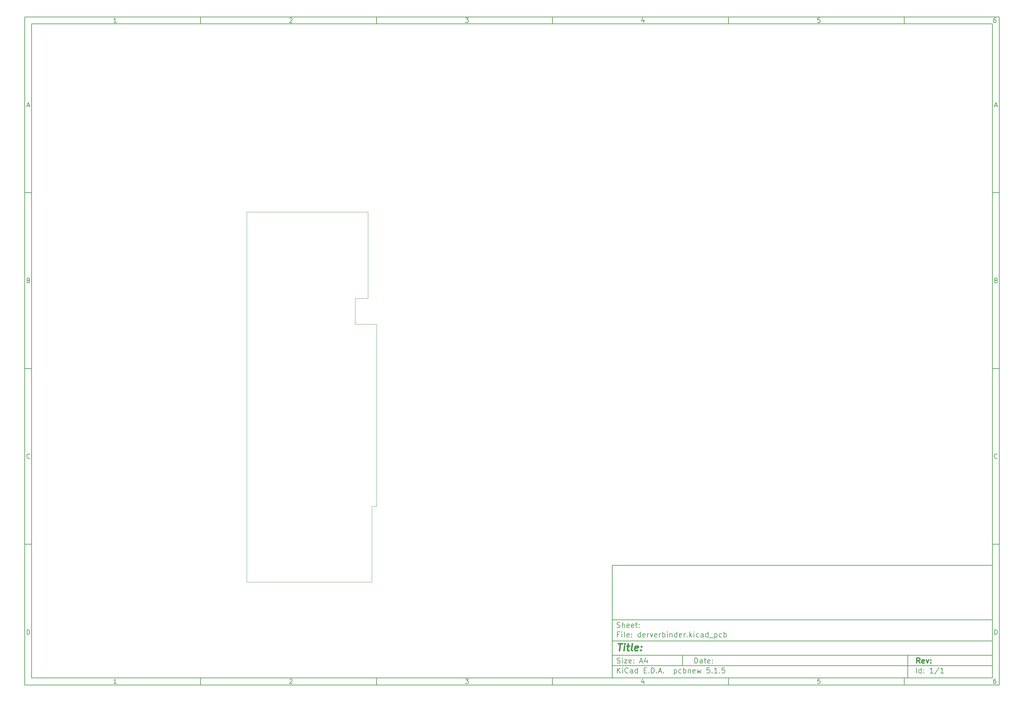
<source format=gbr>
G04 #@! TF.GenerationSoftware,KiCad,Pcbnew,5.1.5*
G04 #@! TF.CreationDate,2019-11-29T13:32:31+01:00*
G04 #@! TF.ProjectId,derverbinder,64657276-6572-4626-996e-6465722e6b69,rev?*
G04 #@! TF.SameCoordinates,Original*
G04 #@! TF.FileFunction,Profile,NP*
%FSLAX46Y46*%
G04 Gerber Fmt 4.6, Leading zero omitted, Abs format (unit mm)*
G04 Created by KiCad (PCBNEW 5.1.5) date 2019-11-29 13:32:31*
%MOMM*%
%LPD*%
G04 APERTURE LIST*
%ADD10C,0.100000*%
%ADD11C,0.150000*%
%ADD12C,0.300000*%
%ADD13C,0.400000*%
%ADD14C,0.050000*%
G04 APERTURE END LIST*
D10*
D11*
X177002200Y-166007200D02*
X177002200Y-198007200D01*
X285002200Y-198007200D01*
X285002200Y-166007200D01*
X177002200Y-166007200D01*
D10*
D11*
X10000000Y-10000000D02*
X10000000Y-200007200D01*
X287002200Y-200007200D01*
X287002200Y-10000000D01*
X10000000Y-10000000D01*
D10*
D11*
X12000000Y-12000000D02*
X12000000Y-198007200D01*
X285002200Y-198007200D01*
X285002200Y-12000000D01*
X12000000Y-12000000D01*
D10*
D11*
X60000000Y-12000000D02*
X60000000Y-10000000D01*
D10*
D11*
X110000000Y-12000000D02*
X110000000Y-10000000D01*
D10*
D11*
X160000000Y-12000000D02*
X160000000Y-10000000D01*
D10*
D11*
X210000000Y-12000000D02*
X210000000Y-10000000D01*
D10*
D11*
X260000000Y-12000000D02*
X260000000Y-10000000D01*
D10*
D11*
X36065476Y-11588095D02*
X35322619Y-11588095D01*
X35694047Y-11588095D02*
X35694047Y-10288095D01*
X35570238Y-10473809D01*
X35446428Y-10597619D01*
X35322619Y-10659523D01*
D10*
D11*
X85322619Y-10411904D02*
X85384523Y-10350000D01*
X85508333Y-10288095D01*
X85817857Y-10288095D01*
X85941666Y-10350000D01*
X86003571Y-10411904D01*
X86065476Y-10535714D01*
X86065476Y-10659523D01*
X86003571Y-10845238D01*
X85260714Y-11588095D01*
X86065476Y-11588095D01*
D10*
D11*
X135260714Y-10288095D02*
X136065476Y-10288095D01*
X135632142Y-10783333D01*
X135817857Y-10783333D01*
X135941666Y-10845238D01*
X136003571Y-10907142D01*
X136065476Y-11030952D01*
X136065476Y-11340476D01*
X136003571Y-11464285D01*
X135941666Y-11526190D01*
X135817857Y-11588095D01*
X135446428Y-11588095D01*
X135322619Y-11526190D01*
X135260714Y-11464285D01*
D10*
D11*
X185941666Y-10721428D02*
X185941666Y-11588095D01*
X185632142Y-10226190D02*
X185322619Y-11154761D01*
X186127380Y-11154761D01*
D10*
D11*
X236003571Y-10288095D02*
X235384523Y-10288095D01*
X235322619Y-10907142D01*
X235384523Y-10845238D01*
X235508333Y-10783333D01*
X235817857Y-10783333D01*
X235941666Y-10845238D01*
X236003571Y-10907142D01*
X236065476Y-11030952D01*
X236065476Y-11340476D01*
X236003571Y-11464285D01*
X235941666Y-11526190D01*
X235817857Y-11588095D01*
X235508333Y-11588095D01*
X235384523Y-11526190D01*
X235322619Y-11464285D01*
D10*
D11*
X285941666Y-10288095D02*
X285694047Y-10288095D01*
X285570238Y-10350000D01*
X285508333Y-10411904D01*
X285384523Y-10597619D01*
X285322619Y-10845238D01*
X285322619Y-11340476D01*
X285384523Y-11464285D01*
X285446428Y-11526190D01*
X285570238Y-11588095D01*
X285817857Y-11588095D01*
X285941666Y-11526190D01*
X286003571Y-11464285D01*
X286065476Y-11340476D01*
X286065476Y-11030952D01*
X286003571Y-10907142D01*
X285941666Y-10845238D01*
X285817857Y-10783333D01*
X285570238Y-10783333D01*
X285446428Y-10845238D01*
X285384523Y-10907142D01*
X285322619Y-11030952D01*
D10*
D11*
X60000000Y-198007200D02*
X60000000Y-200007200D01*
D10*
D11*
X110000000Y-198007200D02*
X110000000Y-200007200D01*
D10*
D11*
X160000000Y-198007200D02*
X160000000Y-200007200D01*
D10*
D11*
X210000000Y-198007200D02*
X210000000Y-200007200D01*
D10*
D11*
X260000000Y-198007200D02*
X260000000Y-200007200D01*
D10*
D11*
X36065476Y-199595295D02*
X35322619Y-199595295D01*
X35694047Y-199595295D02*
X35694047Y-198295295D01*
X35570238Y-198481009D01*
X35446428Y-198604819D01*
X35322619Y-198666723D01*
D10*
D11*
X85322619Y-198419104D02*
X85384523Y-198357200D01*
X85508333Y-198295295D01*
X85817857Y-198295295D01*
X85941666Y-198357200D01*
X86003571Y-198419104D01*
X86065476Y-198542914D01*
X86065476Y-198666723D01*
X86003571Y-198852438D01*
X85260714Y-199595295D01*
X86065476Y-199595295D01*
D10*
D11*
X135260714Y-198295295D02*
X136065476Y-198295295D01*
X135632142Y-198790533D01*
X135817857Y-198790533D01*
X135941666Y-198852438D01*
X136003571Y-198914342D01*
X136065476Y-199038152D01*
X136065476Y-199347676D01*
X136003571Y-199471485D01*
X135941666Y-199533390D01*
X135817857Y-199595295D01*
X135446428Y-199595295D01*
X135322619Y-199533390D01*
X135260714Y-199471485D01*
D10*
D11*
X185941666Y-198728628D02*
X185941666Y-199595295D01*
X185632142Y-198233390D02*
X185322619Y-199161961D01*
X186127380Y-199161961D01*
D10*
D11*
X236003571Y-198295295D02*
X235384523Y-198295295D01*
X235322619Y-198914342D01*
X235384523Y-198852438D01*
X235508333Y-198790533D01*
X235817857Y-198790533D01*
X235941666Y-198852438D01*
X236003571Y-198914342D01*
X236065476Y-199038152D01*
X236065476Y-199347676D01*
X236003571Y-199471485D01*
X235941666Y-199533390D01*
X235817857Y-199595295D01*
X235508333Y-199595295D01*
X235384523Y-199533390D01*
X235322619Y-199471485D01*
D10*
D11*
X285941666Y-198295295D02*
X285694047Y-198295295D01*
X285570238Y-198357200D01*
X285508333Y-198419104D01*
X285384523Y-198604819D01*
X285322619Y-198852438D01*
X285322619Y-199347676D01*
X285384523Y-199471485D01*
X285446428Y-199533390D01*
X285570238Y-199595295D01*
X285817857Y-199595295D01*
X285941666Y-199533390D01*
X286003571Y-199471485D01*
X286065476Y-199347676D01*
X286065476Y-199038152D01*
X286003571Y-198914342D01*
X285941666Y-198852438D01*
X285817857Y-198790533D01*
X285570238Y-198790533D01*
X285446428Y-198852438D01*
X285384523Y-198914342D01*
X285322619Y-199038152D01*
D10*
D11*
X10000000Y-60000000D02*
X12000000Y-60000000D01*
D10*
D11*
X10000000Y-110000000D02*
X12000000Y-110000000D01*
D10*
D11*
X10000000Y-160000000D02*
X12000000Y-160000000D01*
D10*
D11*
X10690476Y-35216666D02*
X11309523Y-35216666D01*
X10566666Y-35588095D02*
X11000000Y-34288095D01*
X11433333Y-35588095D01*
D10*
D11*
X11092857Y-84907142D02*
X11278571Y-84969047D01*
X11340476Y-85030952D01*
X11402380Y-85154761D01*
X11402380Y-85340476D01*
X11340476Y-85464285D01*
X11278571Y-85526190D01*
X11154761Y-85588095D01*
X10659523Y-85588095D01*
X10659523Y-84288095D01*
X11092857Y-84288095D01*
X11216666Y-84350000D01*
X11278571Y-84411904D01*
X11340476Y-84535714D01*
X11340476Y-84659523D01*
X11278571Y-84783333D01*
X11216666Y-84845238D01*
X11092857Y-84907142D01*
X10659523Y-84907142D01*
D10*
D11*
X11402380Y-135464285D02*
X11340476Y-135526190D01*
X11154761Y-135588095D01*
X11030952Y-135588095D01*
X10845238Y-135526190D01*
X10721428Y-135402380D01*
X10659523Y-135278571D01*
X10597619Y-135030952D01*
X10597619Y-134845238D01*
X10659523Y-134597619D01*
X10721428Y-134473809D01*
X10845238Y-134350000D01*
X11030952Y-134288095D01*
X11154761Y-134288095D01*
X11340476Y-134350000D01*
X11402380Y-134411904D01*
D10*
D11*
X10659523Y-185588095D02*
X10659523Y-184288095D01*
X10969047Y-184288095D01*
X11154761Y-184350000D01*
X11278571Y-184473809D01*
X11340476Y-184597619D01*
X11402380Y-184845238D01*
X11402380Y-185030952D01*
X11340476Y-185278571D01*
X11278571Y-185402380D01*
X11154761Y-185526190D01*
X10969047Y-185588095D01*
X10659523Y-185588095D01*
D10*
D11*
X287002200Y-60000000D02*
X285002200Y-60000000D01*
D10*
D11*
X287002200Y-110000000D02*
X285002200Y-110000000D01*
D10*
D11*
X287002200Y-160000000D02*
X285002200Y-160000000D01*
D10*
D11*
X285692676Y-35216666D02*
X286311723Y-35216666D01*
X285568866Y-35588095D02*
X286002200Y-34288095D01*
X286435533Y-35588095D01*
D10*
D11*
X286095057Y-84907142D02*
X286280771Y-84969047D01*
X286342676Y-85030952D01*
X286404580Y-85154761D01*
X286404580Y-85340476D01*
X286342676Y-85464285D01*
X286280771Y-85526190D01*
X286156961Y-85588095D01*
X285661723Y-85588095D01*
X285661723Y-84288095D01*
X286095057Y-84288095D01*
X286218866Y-84350000D01*
X286280771Y-84411904D01*
X286342676Y-84535714D01*
X286342676Y-84659523D01*
X286280771Y-84783333D01*
X286218866Y-84845238D01*
X286095057Y-84907142D01*
X285661723Y-84907142D01*
D10*
D11*
X286404580Y-135464285D02*
X286342676Y-135526190D01*
X286156961Y-135588095D01*
X286033152Y-135588095D01*
X285847438Y-135526190D01*
X285723628Y-135402380D01*
X285661723Y-135278571D01*
X285599819Y-135030952D01*
X285599819Y-134845238D01*
X285661723Y-134597619D01*
X285723628Y-134473809D01*
X285847438Y-134350000D01*
X286033152Y-134288095D01*
X286156961Y-134288095D01*
X286342676Y-134350000D01*
X286404580Y-134411904D01*
D10*
D11*
X285661723Y-185588095D02*
X285661723Y-184288095D01*
X285971247Y-184288095D01*
X286156961Y-184350000D01*
X286280771Y-184473809D01*
X286342676Y-184597619D01*
X286404580Y-184845238D01*
X286404580Y-185030952D01*
X286342676Y-185278571D01*
X286280771Y-185402380D01*
X286156961Y-185526190D01*
X285971247Y-185588095D01*
X285661723Y-185588095D01*
D10*
D11*
X200434342Y-193785771D02*
X200434342Y-192285771D01*
X200791485Y-192285771D01*
X201005771Y-192357200D01*
X201148628Y-192500057D01*
X201220057Y-192642914D01*
X201291485Y-192928628D01*
X201291485Y-193142914D01*
X201220057Y-193428628D01*
X201148628Y-193571485D01*
X201005771Y-193714342D01*
X200791485Y-193785771D01*
X200434342Y-193785771D01*
X202577200Y-193785771D02*
X202577200Y-193000057D01*
X202505771Y-192857200D01*
X202362914Y-192785771D01*
X202077200Y-192785771D01*
X201934342Y-192857200D01*
X202577200Y-193714342D02*
X202434342Y-193785771D01*
X202077200Y-193785771D01*
X201934342Y-193714342D01*
X201862914Y-193571485D01*
X201862914Y-193428628D01*
X201934342Y-193285771D01*
X202077200Y-193214342D01*
X202434342Y-193214342D01*
X202577200Y-193142914D01*
X203077200Y-192785771D02*
X203648628Y-192785771D01*
X203291485Y-192285771D02*
X203291485Y-193571485D01*
X203362914Y-193714342D01*
X203505771Y-193785771D01*
X203648628Y-193785771D01*
X204720057Y-193714342D02*
X204577200Y-193785771D01*
X204291485Y-193785771D01*
X204148628Y-193714342D01*
X204077200Y-193571485D01*
X204077200Y-193000057D01*
X204148628Y-192857200D01*
X204291485Y-192785771D01*
X204577200Y-192785771D01*
X204720057Y-192857200D01*
X204791485Y-193000057D01*
X204791485Y-193142914D01*
X204077200Y-193285771D01*
X205434342Y-193642914D02*
X205505771Y-193714342D01*
X205434342Y-193785771D01*
X205362914Y-193714342D01*
X205434342Y-193642914D01*
X205434342Y-193785771D01*
X205434342Y-192857200D02*
X205505771Y-192928628D01*
X205434342Y-193000057D01*
X205362914Y-192928628D01*
X205434342Y-192857200D01*
X205434342Y-193000057D01*
D10*
D11*
X177002200Y-194507200D02*
X285002200Y-194507200D01*
D10*
D11*
X178434342Y-196585771D02*
X178434342Y-195085771D01*
X179291485Y-196585771D02*
X178648628Y-195728628D01*
X179291485Y-195085771D02*
X178434342Y-195942914D01*
X179934342Y-196585771D02*
X179934342Y-195585771D01*
X179934342Y-195085771D02*
X179862914Y-195157200D01*
X179934342Y-195228628D01*
X180005771Y-195157200D01*
X179934342Y-195085771D01*
X179934342Y-195228628D01*
X181505771Y-196442914D02*
X181434342Y-196514342D01*
X181220057Y-196585771D01*
X181077200Y-196585771D01*
X180862914Y-196514342D01*
X180720057Y-196371485D01*
X180648628Y-196228628D01*
X180577200Y-195942914D01*
X180577200Y-195728628D01*
X180648628Y-195442914D01*
X180720057Y-195300057D01*
X180862914Y-195157200D01*
X181077200Y-195085771D01*
X181220057Y-195085771D01*
X181434342Y-195157200D01*
X181505771Y-195228628D01*
X182791485Y-196585771D02*
X182791485Y-195800057D01*
X182720057Y-195657200D01*
X182577200Y-195585771D01*
X182291485Y-195585771D01*
X182148628Y-195657200D01*
X182791485Y-196514342D02*
X182648628Y-196585771D01*
X182291485Y-196585771D01*
X182148628Y-196514342D01*
X182077200Y-196371485D01*
X182077200Y-196228628D01*
X182148628Y-196085771D01*
X182291485Y-196014342D01*
X182648628Y-196014342D01*
X182791485Y-195942914D01*
X184148628Y-196585771D02*
X184148628Y-195085771D01*
X184148628Y-196514342D02*
X184005771Y-196585771D01*
X183720057Y-196585771D01*
X183577200Y-196514342D01*
X183505771Y-196442914D01*
X183434342Y-196300057D01*
X183434342Y-195871485D01*
X183505771Y-195728628D01*
X183577200Y-195657200D01*
X183720057Y-195585771D01*
X184005771Y-195585771D01*
X184148628Y-195657200D01*
X186005771Y-195800057D02*
X186505771Y-195800057D01*
X186720057Y-196585771D02*
X186005771Y-196585771D01*
X186005771Y-195085771D01*
X186720057Y-195085771D01*
X187362914Y-196442914D02*
X187434342Y-196514342D01*
X187362914Y-196585771D01*
X187291485Y-196514342D01*
X187362914Y-196442914D01*
X187362914Y-196585771D01*
X188077200Y-196585771D02*
X188077200Y-195085771D01*
X188434342Y-195085771D01*
X188648628Y-195157200D01*
X188791485Y-195300057D01*
X188862914Y-195442914D01*
X188934342Y-195728628D01*
X188934342Y-195942914D01*
X188862914Y-196228628D01*
X188791485Y-196371485D01*
X188648628Y-196514342D01*
X188434342Y-196585771D01*
X188077200Y-196585771D01*
X189577200Y-196442914D02*
X189648628Y-196514342D01*
X189577200Y-196585771D01*
X189505771Y-196514342D01*
X189577200Y-196442914D01*
X189577200Y-196585771D01*
X190220057Y-196157200D02*
X190934342Y-196157200D01*
X190077200Y-196585771D02*
X190577200Y-195085771D01*
X191077200Y-196585771D01*
X191577200Y-196442914D02*
X191648628Y-196514342D01*
X191577200Y-196585771D01*
X191505771Y-196514342D01*
X191577200Y-196442914D01*
X191577200Y-196585771D01*
X194577200Y-195585771D02*
X194577200Y-197085771D01*
X194577200Y-195657200D02*
X194720057Y-195585771D01*
X195005771Y-195585771D01*
X195148628Y-195657200D01*
X195220057Y-195728628D01*
X195291485Y-195871485D01*
X195291485Y-196300057D01*
X195220057Y-196442914D01*
X195148628Y-196514342D01*
X195005771Y-196585771D01*
X194720057Y-196585771D01*
X194577200Y-196514342D01*
X196577200Y-196514342D02*
X196434342Y-196585771D01*
X196148628Y-196585771D01*
X196005771Y-196514342D01*
X195934342Y-196442914D01*
X195862914Y-196300057D01*
X195862914Y-195871485D01*
X195934342Y-195728628D01*
X196005771Y-195657200D01*
X196148628Y-195585771D01*
X196434342Y-195585771D01*
X196577200Y-195657200D01*
X197220057Y-196585771D02*
X197220057Y-195085771D01*
X197220057Y-195657200D02*
X197362914Y-195585771D01*
X197648628Y-195585771D01*
X197791485Y-195657200D01*
X197862914Y-195728628D01*
X197934342Y-195871485D01*
X197934342Y-196300057D01*
X197862914Y-196442914D01*
X197791485Y-196514342D01*
X197648628Y-196585771D01*
X197362914Y-196585771D01*
X197220057Y-196514342D01*
X198577200Y-195585771D02*
X198577200Y-196585771D01*
X198577200Y-195728628D02*
X198648628Y-195657200D01*
X198791485Y-195585771D01*
X199005771Y-195585771D01*
X199148628Y-195657200D01*
X199220057Y-195800057D01*
X199220057Y-196585771D01*
X200505771Y-196514342D02*
X200362914Y-196585771D01*
X200077200Y-196585771D01*
X199934342Y-196514342D01*
X199862914Y-196371485D01*
X199862914Y-195800057D01*
X199934342Y-195657200D01*
X200077200Y-195585771D01*
X200362914Y-195585771D01*
X200505771Y-195657200D01*
X200577200Y-195800057D01*
X200577200Y-195942914D01*
X199862914Y-196085771D01*
X201077200Y-195585771D02*
X201362914Y-196585771D01*
X201648628Y-195871485D01*
X201934342Y-196585771D01*
X202220057Y-195585771D01*
X204648628Y-195085771D02*
X203934342Y-195085771D01*
X203862914Y-195800057D01*
X203934342Y-195728628D01*
X204077200Y-195657200D01*
X204434342Y-195657200D01*
X204577200Y-195728628D01*
X204648628Y-195800057D01*
X204720057Y-195942914D01*
X204720057Y-196300057D01*
X204648628Y-196442914D01*
X204577200Y-196514342D01*
X204434342Y-196585771D01*
X204077200Y-196585771D01*
X203934342Y-196514342D01*
X203862914Y-196442914D01*
X205362914Y-196442914D02*
X205434342Y-196514342D01*
X205362914Y-196585771D01*
X205291485Y-196514342D01*
X205362914Y-196442914D01*
X205362914Y-196585771D01*
X206862914Y-196585771D02*
X206005771Y-196585771D01*
X206434342Y-196585771D02*
X206434342Y-195085771D01*
X206291485Y-195300057D01*
X206148628Y-195442914D01*
X206005771Y-195514342D01*
X207505771Y-196442914D02*
X207577200Y-196514342D01*
X207505771Y-196585771D01*
X207434342Y-196514342D01*
X207505771Y-196442914D01*
X207505771Y-196585771D01*
X208934342Y-195085771D02*
X208220057Y-195085771D01*
X208148628Y-195800057D01*
X208220057Y-195728628D01*
X208362914Y-195657200D01*
X208720057Y-195657200D01*
X208862914Y-195728628D01*
X208934342Y-195800057D01*
X209005771Y-195942914D01*
X209005771Y-196300057D01*
X208934342Y-196442914D01*
X208862914Y-196514342D01*
X208720057Y-196585771D01*
X208362914Y-196585771D01*
X208220057Y-196514342D01*
X208148628Y-196442914D01*
D10*
D11*
X177002200Y-191507200D02*
X285002200Y-191507200D01*
D10*
D12*
X264411485Y-193785771D02*
X263911485Y-193071485D01*
X263554342Y-193785771D02*
X263554342Y-192285771D01*
X264125771Y-192285771D01*
X264268628Y-192357200D01*
X264340057Y-192428628D01*
X264411485Y-192571485D01*
X264411485Y-192785771D01*
X264340057Y-192928628D01*
X264268628Y-193000057D01*
X264125771Y-193071485D01*
X263554342Y-193071485D01*
X265625771Y-193714342D02*
X265482914Y-193785771D01*
X265197200Y-193785771D01*
X265054342Y-193714342D01*
X264982914Y-193571485D01*
X264982914Y-193000057D01*
X265054342Y-192857200D01*
X265197200Y-192785771D01*
X265482914Y-192785771D01*
X265625771Y-192857200D01*
X265697200Y-193000057D01*
X265697200Y-193142914D01*
X264982914Y-193285771D01*
X266197200Y-192785771D02*
X266554342Y-193785771D01*
X266911485Y-192785771D01*
X267482914Y-193642914D02*
X267554342Y-193714342D01*
X267482914Y-193785771D01*
X267411485Y-193714342D01*
X267482914Y-193642914D01*
X267482914Y-193785771D01*
X267482914Y-192857200D02*
X267554342Y-192928628D01*
X267482914Y-193000057D01*
X267411485Y-192928628D01*
X267482914Y-192857200D01*
X267482914Y-193000057D01*
D10*
D11*
X178362914Y-193714342D02*
X178577200Y-193785771D01*
X178934342Y-193785771D01*
X179077200Y-193714342D01*
X179148628Y-193642914D01*
X179220057Y-193500057D01*
X179220057Y-193357200D01*
X179148628Y-193214342D01*
X179077200Y-193142914D01*
X178934342Y-193071485D01*
X178648628Y-193000057D01*
X178505771Y-192928628D01*
X178434342Y-192857200D01*
X178362914Y-192714342D01*
X178362914Y-192571485D01*
X178434342Y-192428628D01*
X178505771Y-192357200D01*
X178648628Y-192285771D01*
X179005771Y-192285771D01*
X179220057Y-192357200D01*
X179862914Y-193785771D02*
X179862914Y-192785771D01*
X179862914Y-192285771D02*
X179791485Y-192357200D01*
X179862914Y-192428628D01*
X179934342Y-192357200D01*
X179862914Y-192285771D01*
X179862914Y-192428628D01*
X180434342Y-192785771D02*
X181220057Y-192785771D01*
X180434342Y-193785771D01*
X181220057Y-193785771D01*
X182362914Y-193714342D02*
X182220057Y-193785771D01*
X181934342Y-193785771D01*
X181791485Y-193714342D01*
X181720057Y-193571485D01*
X181720057Y-193000057D01*
X181791485Y-192857200D01*
X181934342Y-192785771D01*
X182220057Y-192785771D01*
X182362914Y-192857200D01*
X182434342Y-193000057D01*
X182434342Y-193142914D01*
X181720057Y-193285771D01*
X183077200Y-193642914D02*
X183148628Y-193714342D01*
X183077200Y-193785771D01*
X183005771Y-193714342D01*
X183077200Y-193642914D01*
X183077200Y-193785771D01*
X183077200Y-192857200D02*
X183148628Y-192928628D01*
X183077200Y-193000057D01*
X183005771Y-192928628D01*
X183077200Y-192857200D01*
X183077200Y-193000057D01*
X184862914Y-193357200D02*
X185577200Y-193357200D01*
X184720057Y-193785771D02*
X185220057Y-192285771D01*
X185720057Y-193785771D01*
X186862914Y-192785771D02*
X186862914Y-193785771D01*
X186505771Y-192214342D02*
X186148628Y-193285771D01*
X187077200Y-193285771D01*
D10*
D11*
X263434342Y-196585771D02*
X263434342Y-195085771D01*
X264791485Y-196585771D02*
X264791485Y-195085771D01*
X264791485Y-196514342D02*
X264648628Y-196585771D01*
X264362914Y-196585771D01*
X264220057Y-196514342D01*
X264148628Y-196442914D01*
X264077200Y-196300057D01*
X264077200Y-195871485D01*
X264148628Y-195728628D01*
X264220057Y-195657200D01*
X264362914Y-195585771D01*
X264648628Y-195585771D01*
X264791485Y-195657200D01*
X265505771Y-196442914D02*
X265577200Y-196514342D01*
X265505771Y-196585771D01*
X265434342Y-196514342D01*
X265505771Y-196442914D01*
X265505771Y-196585771D01*
X265505771Y-195657200D02*
X265577200Y-195728628D01*
X265505771Y-195800057D01*
X265434342Y-195728628D01*
X265505771Y-195657200D01*
X265505771Y-195800057D01*
X268148628Y-196585771D02*
X267291485Y-196585771D01*
X267720057Y-196585771D02*
X267720057Y-195085771D01*
X267577200Y-195300057D01*
X267434342Y-195442914D01*
X267291485Y-195514342D01*
X269862914Y-195014342D02*
X268577200Y-196942914D01*
X271148628Y-196585771D02*
X270291485Y-196585771D01*
X270720057Y-196585771D02*
X270720057Y-195085771D01*
X270577200Y-195300057D01*
X270434342Y-195442914D01*
X270291485Y-195514342D01*
D10*
D11*
X177002200Y-187507200D02*
X285002200Y-187507200D01*
D10*
D13*
X178714580Y-188211961D02*
X179857438Y-188211961D01*
X179036009Y-190211961D02*
X179286009Y-188211961D01*
X180274104Y-190211961D02*
X180440771Y-188878628D01*
X180524104Y-188211961D02*
X180416961Y-188307200D01*
X180500295Y-188402438D01*
X180607438Y-188307200D01*
X180524104Y-188211961D01*
X180500295Y-188402438D01*
X181107438Y-188878628D02*
X181869342Y-188878628D01*
X181476485Y-188211961D02*
X181262200Y-189926247D01*
X181333628Y-190116723D01*
X181512200Y-190211961D01*
X181702676Y-190211961D01*
X182655057Y-190211961D02*
X182476485Y-190116723D01*
X182405057Y-189926247D01*
X182619342Y-188211961D01*
X184190771Y-190116723D02*
X183988390Y-190211961D01*
X183607438Y-190211961D01*
X183428866Y-190116723D01*
X183357438Y-189926247D01*
X183452676Y-189164342D01*
X183571723Y-188973866D01*
X183774104Y-188878628D01*
X184155057Y-188878628D01*
X184333628Y-188973866D01*
X184405057Y-189164342D01*
X184381247Y-189354819D01*
X183405057Y-189545295D01*
X185155057Y-190021485D02*
X185238390Y-190116723D01*
X185131247Y-190211961D01*
X185047914Y-190116723D01*
X185155057Y-190021485D01*
X185131247Y-190211961D01*
X185286009Y-188973866D02*
X185369342Y-189069104D01*
X185262200Y-189164342D01*
X185178866Y-189069104D01*
X185286009Y-188973866D01*
X185262200Y-189164342D01*
D10*
D11*
X178934342Y-185600057D02*
X178434342Y-185600057D01*
X178434342Y-186385771D02*
X178434342Y-184885771D01*
X179148628Y-184885771D01*
X179720057Y-186385771D02*
X179720057Y-185385771D01*
X179720057Y-184885771D02*
X179648628Y-184957200D01*
X179720057Y-185028628D01*
X179791485Y-184957200D01*
X179720057Y-184885771D01*
X179720057Y-185028628D01*
X180648628Y-186385771D02*
X180505771Y-186314342D01*
X180434342Y-186171485D01*
X180434342Y-184885771D01*
X181791485Y-186314342D02*
X181648628Y-186385771D01*
X181362914Y-186385771D01*
X181220057Y-186314342D01*
X181148628Y-186171485D01*
X181148628Y-185600057D01*
X181220057Y-185457200D01*
X181362914Y-185385771D01*
X181648628Y-185385771D01*
X181791485Y-185457200D01*
X181862914Y-185600057D01*
X181862914Y-185742914D01*
X181148628Y-185885771D01*
X182505771Y-186242914D02*
X182577200Y-186314342D01*
X182505771Y-186385771D01*
X182434342Y-186314342D01*
X182505771Y-186242914D01*
X182505771Y-186385771D01*
X182505771Y-185457200D02*
X182577200Y-185528628D01*
X182505771Y-185600057D01*
X182434342Y-185528628D01*
X182505771Y-185457200D01*
X182505771Y-185600057D01*
X185005771Y-186385771D02*
X185005771Y-184885771D01*
X185005771Y-186314342D02*
X184862914Y-186385771D01*
X184577200Y-186385771D01*
X184434342Y-186314342D01*
X184362914Y-186242914D01*
X184291485Y-186100057D01*
X184291485Y-185671485D01*
X184362914Y-185528628D01*
X184434342Y-185457200D01*
X184577200Y-185385771D01*
X184862914Y-185385771D01*
X185005771Y-185457200D01*
X186291485Y-186314342D02*
X186148628Y-186385771D01*
X185862914Y-186385771D01*
X185720057Y-186314342D01*
X185648628Y-186171485D01*
X185648628Y-185600057D01*
X185720057Y-185457200D01*
X185862914Y-185385771D01*
X186148628Y-185385771D01*
X186291485Y-185457200D01*
X186362914Y-185600057D01*
X186362914Y-185742914D01*
X185648628Y-185885771D01*
X187005771Y-186385771D02*
X187005771Y-185385771D01*
X187005771Y-185671485D02*
X187077200Y-185528628D01*
X187148628Y-185457200D01*
X187291485Y-185385771D01*
X187434342Y-185385771D01*
X187791485Y-185385771D02*
X188148628Y-186385771D01*
X188505771Y-185385771D01*
X189648628Y-186314342D02*
X189505771Y-186385771D01*
X189220057Y-186385771D01*
X189077200Y-186314342D01*
X189005771Y-186171485D01*
X189005771Y-185600057D01*
X189077200Y-185457200D01*
X189220057Y-185385771D01*
X189505771Y-185385771D01*
X189648628Y-185457200D01*
X189720057Y-185600057D01*
X189720057Y-185742914D01*
X189005771Y-185885771D01*
X190362914Y-186385771D02*
X190362914Y-185385771D01*
X190362914Y-185671485D02*
X190434342Y-185528628D01*
X190505771Y-185457200D01*
X190648628Y-185385771D01*
X190791485Y-185385771D01*
X191291485Y-186385771D02*
X191291485Y-184885771D01*
X191291485Y-185457200D02*
X191434342Y-185385771D01*
X191720057Y-185385771D01*
X191862914Y-185457200D01*
X191934342Y-185528628D01*
X192005771Y-185671485D01*
X192005771Y-186100057D01*
X191934342Y-186242914D01*
X191862914Y-186314342D01*
X191720057Y-186385771D01*
X191434342Y-186385771D01*
X191291485Y-186314342D01*
X192648628Y-186385771D02*
X192648628Y-185385771D01*
X192648628Y-184885771D02*
X192577200Y-184957200D01*
X192648628Y-185028628D01*
X192720057Y-184957200D01*
X192648628Y-184885771D01*
X192648628Y-185028628D01*
X193362914Y-185385771D02*
X193362914Y-186385771D01*
X193362914Y-185528628D02*
X193434342Y-185457200D01*
X193577200Y-185385771D01*
X193791485Y-185385771D01*
X193934342Y-185457200D01*
X194005771Y-185600057D01*
X194005771Y-186385771D01*
X195362914Y-186385771D02*
X195362914Y-184885771D01*
X195362914Y-186314342D02*
X195220057Y-186385771D01*
X194934342Y-186385771D01*
X194791485Y-186314342D01*
X194720057Y-186242914D01*
X194648628Y-186100057D01*
X194648628Y-185671485D01*
X194720057Y-185528628D01*
X194791485Y-185457200D01*
X194934342Y-185385771D01*
X195220057Y-185385771D01*
X195362914Y-185457200D01*
X196648628Y-186314342D02*
X196505771Y-186385771D01*
X196220057Y-186385771D01*
X196077200Y-186314342D01*
X196005771Y-186171485D01*
X196005771Y-185600057D01*
X196077200Y-185457200D01*
X196220057Y-185385771D01*
X196505771Y-185385771D01*
X196648628Y-185457200D01*
X196720057Y-185600057D01*
X196720057Y-185742914D01*
X196005771Y-185885771D01*
X197362914Y-186385771D02*
X197362914Y-185385771D01*
X197362914Y-185671485D02*
X197434342Y-185528628D01*
X197505771Y-185457200D01*
X197648628Y-185385771D01*
X197791485Y-185385771D01*
X198291485Y-186242914D02*
X198362914Y-186314342D01*
X198291485Y-186385771D01*
X198220057Y-186314342D01*
X198291485Y-186242914D01*
X198291485Y-186385771D01*
X199005771Y-186385771D02*
X199005771Y-184885771D01*
X199148628Y-185814342D02*
X199577200Y-186385771D01*
X199577200Y-185385771D02*
X199005771Y-185957200D01*
X200220057Y-186385771D02*
X200220057Y-185385771D01*
X200220057Y-184885771D02*
X200148628Y-184957200D01*
X200220057Y-185028628D01*
X200291485Y-184957200D01*
X200220057Y-184885771D01*
X200220057Y-185028628D01*
X201577200Y-186314342D02*
X201434342Y-186385771D01*
X201148628Y-186385771D01*
X201005771Y-186314342D01*
X200934342Y-186242914D01*
X200862914Y-186100057D01*
X200862914Y-185671485D01*
X200934342Y-185528628D01*
X201005771Y-185457200D01*
X201148628Y-185385771D01*
X201434342Y-185385771D01*
X201577200Y-185457200D01*
X202862914Y-186385771D02*
X202862914Y-185600057D01*
X202791485Y-185457200D01*
X202648628Y-185385771D01*
X202362914Y-185385771D01*
X202220057Y-185457200D01*
X202862914Y-186314342D02*
X202720057Y-186385771D01*
X202362914Y-186385771D01*
X202220057Y-186314342D01*
X202148628Y-186171485D01*
X202148628Y-186028628D01*
X202220057Y-185885771D01*
X202362914Y-185814342D01*
X202720057Y-185814342D01*
X202862914Y-185742914D01*
X204220057Y-186385771D02*
X204220057Y-184885771D01*
X204220057Y-186314342D02*
X204077200Y-186385771D01*
X203791485Y-186385771D01*
X203648628Y-186314342D01*
X203577200Y-186242914D01*
X203505771Y-186100057D01*
X203505771Y-185671485D01*
X203577200Y-185528628D01*
X203648628Y-185457200D01*
X203791485Y-185385771D01*
X204077200Y-185385771D01*
X204220057Y-185457200D01*
X204577200Y-186528628D02*
X205720057Y-186528628D01*
X206077200Y-185385771D02*
X206077200Y-186885771D01*
X206077200Y-185457200D02*
X206220057Y-185385771D01*
X206505771Y-185385771D01*
X206648628Y-185457200D01*
X206720057Y-185528628D01*
X206791485Y-185671485D01*
X206791485Y-186100057D01*
X206720057Y-186242914D01*
X206648628Y-186314342D01*
X206505771Y-186385771D01*
X206220057Y-186385771D01*
X206077200Y-186314342D01*
X208077200Y-186314342D02*
X207934342Y-186385771D01*
X207648628Y-186385771D01*
X207505771Y-186314342D01*
X207434342Y-186242914D01*
X207362914Y-186100057D01*
X207362914Y-185671485D01*
X207434342Y-185528628D01*
X207505771Y-185457200D01*
X207648628Y-185385771D01*
X207934342Y-185385771D01*
X208077200Y-185457200D01*
X208720057Y-186385771D02*
X208720057Y-184885771D01*
X208720057Y-185457200D02*
X208862914Y-185385771D01*
X209148628Y-185385771D01*
X209291485Y-185457200D01*
X209362914Y-185528628D01*
X209434342Y-185671485D01*
X209434342Y-186100057D01*
X209362914Y-186242914D01*
X209291485Y-186314342D01*
X209148628Y-186385771D01*
X208862914Y-186385771D01*
X208720057Y-186314342D01*
D10*
D11*
X177002200Y-181507200D02*
X285002200Y-181507200D01*
D10*
D11*
X178362914Y-183614342D02*
X178577200Y-183685771D01*
X178934342Y-183685771D01*
X179077200Y-183614342D01*
X179148628Y-183542914D01*
X179220057Y-183400057D01*
X179220057Y-183257200D01*
X179148628Y-183114342D01*
X179077200Y-183042914D01*
X178934342Y-182971485D01*
X178648628Y-182900057D01*
X178505771Y-182828628D01*
X178434342Y-182757200D01*
X178362914Y-182614342D01*
X178362914Y-182471485D01*
X178434342Y-182328628D01*
X178505771Y-182257200D01*
X178648628Y-182185771D01*
X179005771Y-182185771D01*
X179220057Y-182257200D01*
X179862914Y-183685771D02*
X179862914Y-182185771D01*
X180505771Y-183685771D02*
X180505771Y-182900057D01*
X180434342Y-182757200D01*
X180291485Y-182685771D01*
X180077200Y-182685771D01*
X179934342Y-182757200D01*
X179862914Y-182828628D01*
X181791485Y-183614342D02*
X181648628Y-183685771D01*
X181362914Y-183685771D01*
X181220057Y-183614342D01*
X181148628Y-183471485D01*
X181148628Y-182900057D01*
X181220057Y-182757200D01*
X181362914Y-182685771D01*
X181648628Y-182685771D01*
X181791485Y-182757200D01*
X181862914Y-182900057D01*
X181862914Y-183042914D01*
X181148628Y-183185771D01*
X183077200Y-183614342D02*
X182934342Y-183685771D01*
X182648628Y-183685771D01*
X182505771Y-183614342D01*
X182434342Y-183471485D01*
X182434342Y-182900057D01*
X182505771Y-182757200D01*
X182648628Y-182685771D01*
X182934342Y-182685771D01*
X183077200Y-182757200D01*
X183148628Y-182900057D01*
X183148628Y-183042914D01*
X182434342Y-183185771D01*
X183577200Y-182685771D02*
X184148628Y-182685771D01*
X183791485Y-182185771D02*
X183791485Y-183471485D01*
X183862914Y-183614342D01*
X184005771Y-183685771D01*
X184148628Y-183685771D01*
X184648628Y-183542914D02*
X184720057Y-183614342D01*
X184648628Y-183685771D01*
X184577200Y-183614342D01*
X184648628Y-183542914D01*
X184648628Y-183685771D01*
X184648628Y-182757200D02*
X184720057Y-182828628D01*
X184648628Y-182900057D01*
X184577200Y-182828628D01*
X184648628Y-182757200D01*
X184648628Y-182900057D01*
D10*
D11*
X197002200Y-191507200D02*
X197002200Y-194507200D01*
D10*
D11*
X261002200Y-191507200D02*
X261002200Y-198007200D01*
D14*
X73100000Y-170700000D02*
X73100000Y-65500000D01*
X108700000Y-170700000D02*
X73100000Y-170700000D01*
X108700000Y-149200000D02*
X108700000Y-170700000D01*
X110000000Y-149200000D02*
X108700000Y-149200000D01*
X110000000Y-97400000D02*
X110000000Y-149200000D01*
X103900000Y-97400000D02*
X110000000Y-97400000D01*
X103900000Y-90000000D02*
X103900000Y-97400000D01*
X107600000Y-90000000D02*
X103900000Y-90000000D01*
X107600000Y-65500000D02*
X107600000Y-90000000D01*
X73100000Y-65500000D02*
X107600000Y-65500000D01*
M02*

</source>
